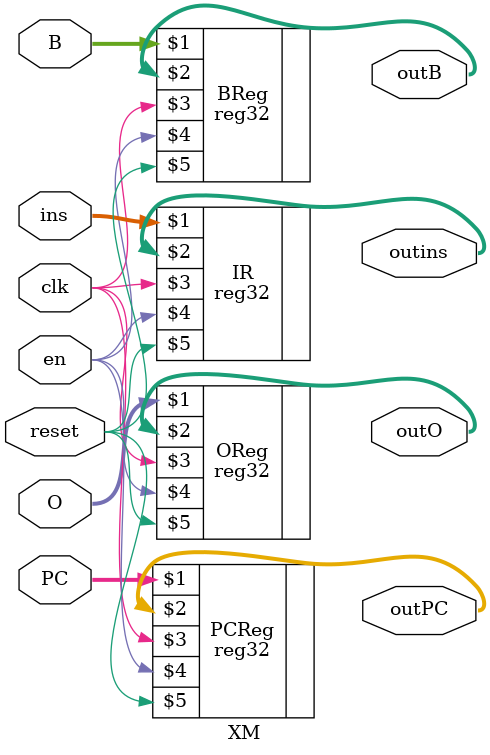
<source format=v>
module XM(ins, PC, O, B, clk, reset, en, outins, outPC, outO, outB);

input [31:0] ins, O, B, PC; 
input clk, reset, en; 

output [31:0] outins, outO, outB, outPC; 

reg32 IR(ins, outins, clk, en, reset);
reg32 OReg(O, outO, clk, en, reset);
reg32 BReg(B,outB, clk, en, reset);
reg32 PCReg(PC,outPC, clk, en, reset);

endmodule
</source>
